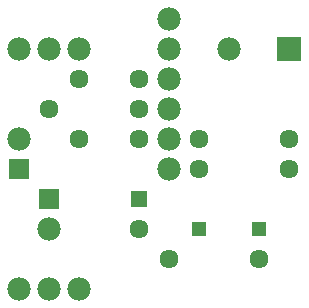
<source format=gts>
G75*
%MOIN*%
%OFA0B0*%
%FSLAX25Y25*%
%IPPOS*%
%LPD*%
%AMOC8*
5,1,8,0,0,1.08239X$1,22.5*
%
%ADD10C,0.07800*%
%ADD11R,0.07100X0.07100*%
%ADD12C,0.06343*%
%ADD13R,0.05556X0.05556*%
%ADD14R,0.08300X0.08300*%
%ADD15R,0.04762X0.04762*%
D10*
X0048933Y0040337D03*
X0058933Y0040337D03*
X0068933Y0040337D03*
X0058933Y0060337D03*
X0048933Y0090337D03*
X0048933Y0120337D03*
X0058933Y0120337D03*
X0068933Y0120337D03*
X0098933Y0120337D03*
X0098933Y0130337D03*
X0098933Y0110337D03*
X0098933Y0100337D03*
X0098933Y0090337D03*
X0098933Y0080337D03*
X0118933Y0120337D03*
D11*
X0058933Y0070337D03*
X0048933Y0080337D03*
D12*
X0058933Y0100337D03*
X0068933Y0090337D03*
X0068933Y0110337D03*
X0088933Y0110337D03*
X0088933Y0100337D03*
X0088933Y0090337D03*
X0108933Y0090337D03*
X0108933Y0080337D03*
X0088933Y0060337D03*
X0098933Y0050337D03*
X0128933Y0050337D03*
X0138933Y0080337D03*
X0138933Y0090337D03*
D13*
X0088933Y0070337D03*
D14*
X0138933Y0120337D03*
D15*
X0128933Y0060337D03*
X0108933Y0060337D03*
M02*

</source>
